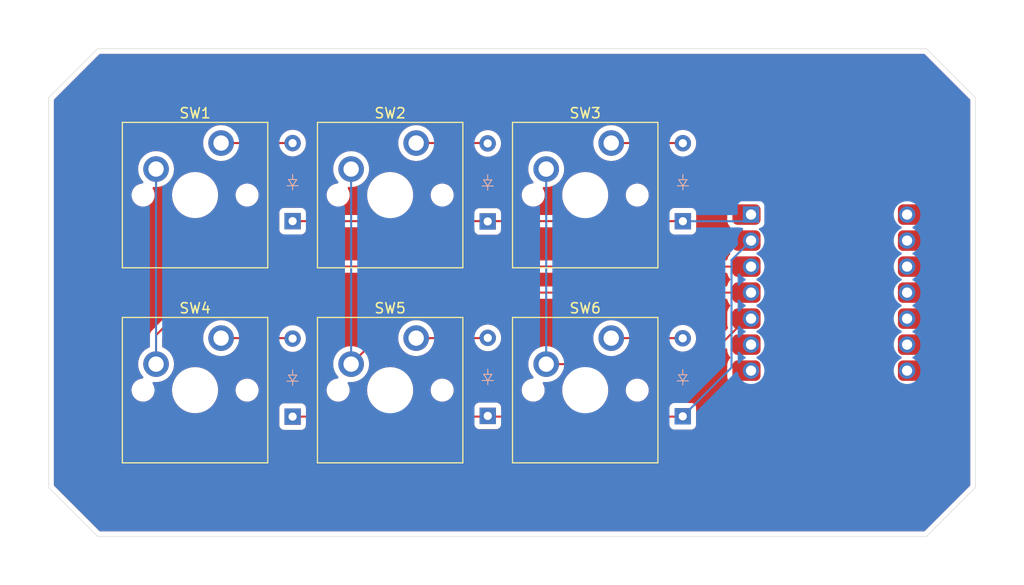
<source format=kicad_pcb>
(kicad_pcb (version 20240108) (generator "pcbnew") (generator_version "8.0")
  (layers (0 "F.Cu" signal) (31 "B.Cu" signal) (34 "B.Paste" user) (35 "F.Paste" user) (36 "B.SilkS" user "B.Silkscreen") (37 "F.SilkS" user "F.Silkscreen") (38 "B.Mask" user) (39 "F.Mask" user) (44 "Edge.Cuts" user))
  (net 0 "")
  (net 1 "Net-(D1-A)")
  (net 2 "Row 1")
  (net 3 "Net-(D2-A)")
  (net 4 "Net-(D3-A)")
  (net 5 "Row 2")
  (net 6 "Net-(D4-A)")
  (net 7 "Net-(D5-A)")
  (net 8 "Net-(D6-A)")
  (net 9 "Column 1")
  (net 10 "Column 2")
  (net 11 "Column 3")
  (net 20 "GND")
  (footprint "ScottoKeebs_MX:MX_PCB_1.00u" (layer "F.Cu") (at 95.25 38.1)
    (property "Reference" "SW3" (at 0 -8 0) (layer "F.SilkS"))
    (property "Value" "SW_Push_45deg")
    (fp_line (start -7.1 -7.1) (end -7.1 7.1) (stroke (width 0.12)) (layer "F.SilkS"))
    (fp_line (start -7.1 7.1) (end 7.1 7.1) (stroke (width 0.12)) (layer "F.SilkS"))
    (fp_line (start 7.1 -7.1) (end -7.1 -7.1) (stroke (width 0.12)) (layer "F.SilkS"))
    (fp_line (start 7.1 7.1) (end 7.1 -7.1) (stroke (width 0.12)) (layer "F.SilkS"))
    (pad "" np_thru_hole circle (at -5.08 0) (size 1.75 1.75) (drill 1.75) (layers "*.Cu" "*.Mask"))
    (pad "" np_thru_hole circle (at 0 0) (size 4 4) (drill 4) (layers "*.Cu" "*.Mask"))
    (pad "" np_thru_hole circle (at 5.08 0) (size 1.75 1.75) (drill 1.75) (layers "*.Cu" "*.Mask"))
    (pad "1" thru_hole circle (at -3.81 -2.54) (size 2.5 2.5) (drill 1.5) (layers "*.Cu" "*.Mask") (net 11 "Column 3"))
    (pad "2" thru_hole circle (at 2.54 -5.08) (size 2.5 2.5) (drill 1.5) (layers "*.Cu" "*.Mask") (net 4 "Net-(D3-A)"))
  )
  (footprint "ScottoKeebs_MX:MX_PCB_1.00u" (layer "F.Cu") (at 76.2 38.1)
    (property "Reference" "SW2" (at 0 -8 0) (layer "F.SilkS"))
    (property "Value" "SW_Push_45deg")
    (fp_line (start -7.1 -7.1) (end -7.1 7.1) (stroke (width 0.12)) (layer "F.SilkS"))
    (fp_line (start -7.1 7.1) (end 7.1 7.1) (stroke (width 0.12)) (layer "F.SilkS"))
    (fp_line (start 7.1 -7.1) (end -7.1 -7.1) (stroke (width 0.12)) (layer "F.SilkS"))
    (fp_line (start 7.1 7.1) (end 7.1 -7.1) (stroke (width 0.12)) (layer "F.SilkS"))
    (pad "" np_thru_hole circle (at -5.08 0) (size 1.75 1.75) (drill 1.75) (layers "*.Cu" "*.Mask"))
    (pad "" np_thru_hole circle (at 0 0) (size 4 4) (drill 4) (layers "*.Cu" "*.Mask"))
    (pad "" np_thru_hole circle (at 5.08 0) (size 1.75 1.75) (drill 1.75) (layers "*.Cu" "*.Mask"))
    (pad "1" thru_hole circle (at -3.81 -2.54) (size 2.5 2.5) (drill 1.5) (layers "*.Cu" "*.Mask") (net 10 "Column 2"))
    (pad "2" thru_hole circle (at 2.54 -5.08) (size 2.5 2.5) (drill 1.5) (layers "*.Cu" "*.Mask") (net 3 "Net-(D2-A)"))
  )
  (footprint "ScottoKeebs_MX:MX_PCB_1.00u" (layer "F.Cu") (at 76.2 57.15)
    (property "Reference" "SW5" (at 0 -8 0) (layer "F.SilkS"))
    (property "Value" "SW_Push_45deg")
    (fp_line (start -7.1 -7.1) (end -7.1 7.1) (stroke (width 0.12)) (layer "F.SilkS"))
    (fp_line (start -7.1 7.1) (end 7.1 7.1) (stroke (width 0.12)) (layer "F.SilkS"))
    (fp_line (start 7.1 -7.1) (end -7.1 -7.1) (stroke (width 0.12)) (layer "F.SilkS"))
    (fp_line (start 7.1 7.1) (end 7.1 -7.1) (stroke (width 0.12)) (layer "F.SilkS"))
    (pad "" np_thru_hole circle (at -5.08 0) (size 1.75 1.75) (drill 1.75) (layers "*.Cu" "*.Mask"))
    (pad "" np_thru_hole circle (at 0 0) (size 4 4) (drill 4) (layers "*.Cu" "*.Mask"))
    (pad "" np_thru_hole circle (at 5.08 0) (size 1.75 1.75) (drill 1.75) (layers "*.Cu" "*.Mask"))
    (pad "1" thru_hole circle (at -3.81 -2.54) (size 2.5 2.5) (drill 1.5) (layers "*.Cu" "*.Mask") (net 10 "Column 2"))
    (pad "2" thru_hole circle (at 2.54 -5.08) (size 2.5 2.5) (drill 1.5) (layers "*.Cu" "*.Mask") (net 7 "Net-(D5-A)"))
  )
  (footprint "ScottoKeebs_MX:MX_PCB_1.00u" (layer "F.Cu") (at 57.15 57.15)
    (property "Reference" "SW4" (at 0 -8 0) (layer "F.SilkS"))
    (property "Value" "SW_Push_45deg")
    (fp_line (start -7.1 -7.1) (end -7.1 7.1) (stroke (width 0.12)) (layer "F.SilkS"))
    (fp_line (start -7.1 7.1) (end 7.1 7.1) (stroke (width 0.12)) (layer "F.SilkS"))
    (fp_line (start 7.1 -7.1) (end -7.1 -7.1) (stroke (width 0.12)) (layer "F.SilkS"))
    (fp_line (start 7.1 7.1) (end 7.1 -7.1) (stroke (width 0.12)) (layer "F.SilkS"))
    (pad "" np_thru_hole circle (at -5.08 0) (size 1.75 1.75) (drill 1.75) (layers "*.Cu" "*.Mask"))
    (pad "" np_thru_hole circle (at 0 0) (size 4 4) (drill 4) (layers "*.Cu" "*.Mask"))
    (pad "" np_thru_hole circle (at 5.08 0) (size 1.75 1.75) (drill 1.75) (layers "*.Cu" "*.Mask"))
    (pad "1" thru_hole circle (at -3.81 -2.54) (size 2.5 2.5) (drill 1.5) (layers "*.Cu" "*.Mask") (net 9 "Column 1"))
    (pad "2" thru_hole circle (at 2.54 -5.08) (size 2.5 2.5) (drill 1.5) (layers "*.Cu" "*.Mask") (net 6 "Net-(D4-A)"))
  )
  (footprint "ScottoKeebs_MCU:Seeed_XIAO_RP2040" (layer "F.Cu") (at 119.0625 47.625)
    (property "Reference" "U1" (hide yes))
    (property "Value" "MCU_Seeed_XIAO_RP2040")
    (pad "1" smd roundrect (at -8.065 -7.62) (size 2.75 2) (layers "F.Cu" "F.Paste" "F.Mask") (net 2 "Row 1"))
    (pad "1" thru_hole rect (at -7.62 -7.62 90) (size 1.6 1.6) (drill 1) (layers "*.Cu" "*.Mask") (net 2 "Row 1"))
    (pad "2" smd roundrect (at -8.065 -5.08) (size 2.75 2) (layers "F.Cu" "F.Paste" "F.Mask") (net 5 "Row 2"))
    (pad "2" thru_hole circle (at -7.62 -5.08 90) (size 1.6 1.6) (drill 1) (layers "*.Cu" "*.Mask") (net 5 "Row 2"))
    (pad "3" smd roundrect (at -8.065 -2.54) (size 2.75 2) (layers "F.Cu" "F.Paste" "F.Mask") (net 9 "Column 1"))
    (pad "3" thru_hole circle (at -7.62 -2.54 90) (size 1.6 1.6) (drill 1) (layers "*.Cu" "*.Mask") (net 9 "Column 1"))
    (pad "4" smd roundrect (at -8.065 0) (size 2.75 2) (layers "F.Cu" "F.Paste" "F.Mask") (net 10 "Column 2"))
    (pad "4" thru_hole circle (at -7.62 0 90) (size 1.6 1.6) (drill 1) (layers "*.Cu" "*.Mask") (net 10 "Column 2"))
    (pad "5" smd roundrect (at -8.065 2.54) (size 2.75 2) (layers "F.Cu" "F.Paste" "F.Mask") (net 11 "Column 3"))
    (pad "5" thru_hole circle (at -7.62 2.54 90) (size 1.6 1.6) (drill 1) (layers "*.Cu" "*.Mask") (net 11 "Column 3"))
    (pad "6" smd roundrect (at -8.065 5.08) (size 2.75 2) (layers "F.Cu" "F.Paste" "F.Mask"))
    (pad "6" thru_hole circle (at -7.62 5.08 90) (size 1.6 1.6) (drill 1) (layers "*.Cu" "*.Mask"))
    (pad "7" smd roundrect (at -8.065 7.62) (size 2.75 2) (layers "F.Cu" "F.Paste" "F.Mask"))
    (pad "7" thru_hole circle (at -7.62 7.62 90) (size 1.6 1.6) (drill 1) (layers "*.Cu" "*.Mask"))
    (pad "8" thru_hole circle (at 7.62 7.62 90) (size 1.6 1.6) (drill 1) (layers "*.Cu" "*.Mask"))
    (pad "8" smd roundrect (at 8.1 7.62) (size 2.75 2) (layers "F.Cu" "F.Paste" "F.Mask"))
    (pad "9" thru_hole circle (at 7.62 5.08 90) (size 1.6 1.6) (drill 1) (layers "*.Cu" "*.Mask"))
    (pad "9" smd roundrect (at 8.1 5.08) (size 2.75 2) (layers "F.Cu" "F.Paste" "F.Mask"))
    (pad "10" thru_hole circle (at 7.62 2.54 90) (size 1.6 1.6) (drill 1) (layers "*.Cu" "*.Mask"))
    (pad "10" smd roundrect (at 8.1 2.54) (size 2.75 2) (layers "F.Cu" "F.Paste" "F.Mask"))
    (pad "11" thru_hole circle (at 7.62 0 90) (size 1.6 1.6) (drill 1) (layers "*.Cu" "*.Mask"))
    (pad "11" smd roundrect (at 8.1 0) (size 2.75 2) (layers "F.Cu" "F.Paste" "F.Mask"))
    (pad "12" thru_hole circle (at 7.62 -2.54 90) (size 1.6 1.6) (drill 1) (layers "*.Cu" "*.Mask"))
    (pad "12" smd roundrect (at 8.1 -2.54) (size 2.75 2) (layers "F.Cu" "F.Paste" "F.Mask"))
    (pad "13" thru_hole circle (at 7.62 -5.08 90) (size 1.6 1.6) (drill 1) (layers "*.Cu" "*.Mask") (net 20 "GND"))
    (pad "13" smd roundrect (at 8.1 -5.08) (size 2.75 2) (layers "F.Cu" "F.Paste" "F.Mask") (net 20 "GND"))
    (pad "14" thru_hole circle (at 7.62 -7.62 90) (size 1.6 1.6) (drill 1) (layers "*.Cu" "*.Mask"))
    (pad "14" smd roundrect (at 8.1 -7.62) (size 2.75 2) (layers "F.Cu" "F.Paste" "F.Mask"))
  )
  (footprint "ScottoKeebs_MX:MX_PCB_1.00u" (layer "F.Cu") (at 95.25 57.15)
    (property "Reference" "SW6" (at 0 -8 0) (layer "F.SilkS"))
    (property "Value" "SW_Push_45deg")
    (fp_line (start -7.1 -7.1) (end -7.1 7.1) (stroke (width 0.12)) (layer "F.SilkS"))
    (fp_line (start -7.1 7.1) (end 7.1 7.1) (stroke (width 0.12)) (layer "F.SilkS"))
    (fp_line (start 7.1 -7.1) (end -7.1 -7.1) (stroke (width 0.12)) (layer "F.SilkS"))
    (fp_line (start 7.1 7.1) (end 7.1 -7.1) (stroke (width 0.12)) (layer "F.SilkS"))
    (pad "" np_thru_hole circle (at -5.08 0) (size 1.75 1.75) (drill 1.75) (layers "*.Cu" "*.Mask"))
    (pad "" np_thru_hole circle (at 0 0) (size 4 4) (drill 4) (layers "*.Cu" "*.Mask"))
    (pad "" np_thru_hole circle (at 5.08 0) (size 1.75 1.75) (drill 1.75) (layers "*.Cu" "*.Mask"))
    (pad "1" thru_hole circle (at -3.81 -2.54) (size 2.5 2.5) (drill 1.5) (layers "*.Cu" "*.Mask") (net 11 "Column 3"))
    (pad "2" thru_hole circle (at 2.54 -5.08) (size 2.5 2.5) (drill 1.5) (layers "*.Cu" "*.Mask") (net 8 "Net-(D6-A)"))
  )
  (footprint "ScottoKeebs_MX:MX_PCB_1.00u" (layer "F.Cu") (at 57.15 38.1)
    (property "Reference" "SW1" (at 0 -8 0) (layer "F.SilkS"))
    (property "Value" "SW_Push_45deg")
    (fp_line (start -7.1 -7.1) (end -7.1 7.1) (stroke (width 0.12)) (layer "F.SilkS"))
    (fp_line (start -7.1 7.1) (end 7.1 7.1) (stroke (width 0.12)) (layer "F.SilkS"))
    (fp_line (start 7.1 -7.1) (end -7.1 -7.1) (stroke (width 0.12)) (layer "F.SilkS"))
    (fp_line (start 7.1 7.1) (end 7.1 -7.1) (stroke (width 0.12)) (layer "F.SilkS"))
    (pad "" np_thru_hole circle (at -5.08 0) (size 1.75 1.75) (drill 1.75) (layers "*.Cu" "*.Mask"))
    (pad "" np_thru_hole circle (at 0 0) (size 4 4) (drill 4) (layers "*.Cu" "*.Mask"))
    (pad "" np_thru_hole circle (at 5.08 0) (size 1.75 1.75) (drill 1.75) (layers "*.Cu" "*.Mask"))
    (pad "1" thru_hole circle (at -3.81 -2.54) (size 2.5 2.5) (drill 1.5) (layers "*.Cu" "*.Mask") (net 9 "Column 1"))
    (pad "2" thru_hole circle (at 2.54 -5.08) (size 2.5 2.5) (drill 1.5) (layers "*.Cu" "*.Mask") (net 1 "Net-(D1-A)"))
  )
  (footprint "ScottoKeebs_Components:Diode_DO-35" (layer "B.Cu") (at 104.775 59.705 90)
    (property "Reference" "D6" (hide yes))
    (property "Value" "D" (hide yes))
    (fp_line (start 3.46 -0.55) (end 3.46 0.55) (stroke (width 0.1)) (layer "B.SilkS"))
    (fp_line (start 4.06 -0.4) (end 4.06 0.4) (stroke (width 0.1)) (layer "B.SilkS"))
    (fp_line (start 4.56 0) (end 4.06 0) (stroke (width 0.1)) (layer "B.SilkS"))
    (fp_line (start 3.46 0) (end 4.06 -0.4) (stroke (width 0.1)) (layer "B.SilkS"))
    (fp_line (start 3.46 0) (end 3.06 0) (stroke (width 0.1)) (layer "B.SilkS"))
    (fp_line (start 4.06 0.4) (end 3.46 0) (stroke (width 0.1)) (layer "B.SilkS"))
    (pad "1" thru_hole rect (at 0 0 90) (size 1.6 1.6) (drill 0.8) (layers "*.Cu" "*.Mask") (net 5 "Row 2"))
    (pad "2" thru_hole oval (at 7.62 0 90) (size 1.6 1.6) (drill 0.8) (layers "*.Cu" "*.Mask") (net 8 "Net-(D6-A)"))
  )
  (footprint "ScottoKeebs_Components:Diode_DO-35" (layer "B.Cu") (at 85.725 40.675 90)
    (property "Reference" "D2" (hide yes))
    (property "Value" "D" (hide yes))
    (fp_line (start 3.46 -0.55) (end 3.46 0.55) (stroke (width 0.1)) (layer "B.SilkS"))
    (fp_line (start 4.06 -0.4) (end 4.06 0.4) (stroke (width 0.1)) (layer "B.SilkS"))
    (fp_line (start 4.56 0) (end 4.06 0) (stroke (width 0.1)) (layer "B.SilkS"))
    (fp_line (start 3.46 0) (end 4.06 -0.4) (stroke (width 0.1)) (layer "B.SilkS"))
    (fp_line (start 3.46 0) (end 3.06 0) (stroke (width 0.1)) (layer "B.SilkS"))
    (fp_line (start 4.06 0.4) (end 3.46 0) (stroke (width 0.1)) (layer "B.SilkS"))
    (pad "1" thru_hole rect (at 0 0 90) (size 1.6 1.6) (drill 0.8) (layers "*.Cu" "*.Mask") (net 2 "Row 1"))
    (pad "2" thru_hole oval (at 7.62 0 90) (size 1.6 1.6) (drill 0.8) (layers "*.Cu" "*.Mask") (net 3 "Net-(D2-A)"))
  )
  (footprint "ScottoKeebs_Components:Diode_DO-35" (layer "B.Cu") (at 66.675 40.645 90)
    (property "Reference" "D1" (hide yes))
    (property "Value" "D" (hide yes))
    (fp_line (start 3.46 -0.55) (end 3.46 0.55) (stroke (width 0.1)) (layer "B.SilkS"))
    (fp_line (start 4.06 -0.4) (end 4.06 0.4) (stroke (width 0.1)) (layer "B.SilkS"))
    (fp_line (start 4.56 0) (end 4.06 0) (stroke (width 0.1)) (layer "B.SilkS"))
    (fp_line (start 3.46 0) (end 4.06 -0.4) (stroke (width 0.1)) (layer "B.SilkS"))
    (fp_line (start 3.46 0) (end 3.06 0) (stroke (width 0.1)) (layer "B.SilkS"))
    (fp_line (start 4.06 0.4) (end 3.46 0) (stroke (width 0.1)) (layer "B.SilkS"))
    (pad "1" thru_hole rect (at 0 0 90) (size 1.6 1.6) (drill 0.8) (layers "*.Cu" "*.Mask") (net 2 "Row 1"))
    (pad "2" thru_hole oval (at 7.62 0 90) (size 1.6 1.6) (drill 0.8) (layers "*.Cu" "*.Mask") (net 1 "Net-(D1-A)"))
  )
  (footprint "ScottoKeebs_Components:Diode_DO-35" (layer "B.Cu") (at 66.675 59.735 90)
    (property "Reference" "D4" (hide yes))
    (property "Value" "D" (hide yes))
    (fp_line (start 3.46 -0.55) (end 3.46 0.55) (stroke (width 0.1)) (layer "B.SilkS"))
    (fp_line (start 4.06 -0.4) (end 4.06 0.4) (stroke (width 0.1)) (layer "B.SilkS"))
    (fp_line (start 4.56 0) (end 4.06 0) (stroke (width 0.1)) (layer "B.SilkS"))
    (fp_line (start 3.46 0) (end 4.06 -0.4) (stroke (width 0.1)) (layer "B.SilkS"))
    (fp_line (start 3.46 0) (end 3.06 0) (stroke (width 0.1)) (layer "B.SilkS"))
    (fp_line (start 4.06 0.4) (end 3.46 0) (stroke (width 0.1)) (layer "B.SilkS"))
    (pad "1" thru_hole rect (at 0 0 90) (size 1.6 1.6) (drill 0.8) (layers "*.Cu" "*.Mask") (net 5 "Row 2"))
    (pad "2" thru_hole oval (at 7.62 0 90) (size 1.6 1.6) (drill 0.8) (layers "*.Cu" "*.Mask") (net 6 "Net-(D4-A)"))
  )
  (footprint "ScottoKeebs_Components:Diode_DO-35" (layer "B.Cu") (at 104.785 40.655 90)
    (property "Reference" "D3" (hide yes))
    (property "Value" "D" (hide yes))
    (fp_line (start 3.46 -0.55) (end 3.46 0.55) (stroke (width 0.1)) (layer "B.SilkS"))
    (fp_line (start 4.06 -0.4) (end 4.06 0.4) (stroke (width 0.1)) (layer "B.SilkS"))
    (fp_line (start 4.56 0) (end 4.06 0) (stroke (width 0.1)) (layer "B.SilkS"))
    (fp_line (start 3.46 0) (end 4.06 -0.4) (stroke (width 0.1)) (layer "B.SilkS"))
    (fp_line (start 3.46 0) (end 3.06 0) (stroke (width 0.1)) (layer "B.SilkS"))
    (fp_line (start 4.06 0.4) (end 3.46 0) (stroke (width 0.1)) (layer "B.SilkS"))
    (pad "1" thru_hole rect (at 0 0 90) (size 1.6 1.6) (drill 0.8) (layers "*.Cu" "*.Mask") (net 2 "Row 1"))
    (pad "2" thru_hole oval (at 7.62 0 90) (size 1.6 1.6) (drill 0.8) (layers "*.Cu" "*.Mask") (net 4 "Net-(D3-A)"))
  )
  (footprint "ScottoKeebs_Components:Diode_DO-35" (layer "B.Cu") (at 85.735 59.665 90)
    (property "Reference" "D5" (hide yes))
    (property "Value" "D" (hide yes))
    (fp_line (start 3.46 -0.55) (end 3.46 0.55) (stroke (width 0.1)) (layer "B.SilkS"))
    (fp_line (start 4.06 -0.4) (end 4.06 0.4) (stroke (width 0.1)) (layer "B.SilkS"))
    (fp_line (start 4.56 0) (end 4.06 0) (stroke (width 0.1)) (layer "B.SilkS"))
    (fp_line (start 3.46 0) (end 4.06 -0.4) (stroke (width 0.1)) (layer "B.SilkS"))
    (fp_line (start 3.46 0) (end 3.06 0) (stroke (width 0.1)) (layer "B.SilkS"))
    (fp_line (start 4.06 0.4) (end 3.46 0) (stroke (width 0.1)) (layer "B.SilkS"))
    (pad "1" thru_hole rect (at 0 0 90) (size 1.6 1.6) (drill 0.8) (layers "*.Cu" "*.Mask") (net 5 "Row 2"))
    (pad "2" thru_hole oval (at 7.62 0 90) (size 1.6 1.6) (drill 0.8) (layers "*.Cu" "*.Mask") (net 7 "Net-(D5-A)"))
  )
  (gr_line (start 47.625 71.4375) (end 42.8625 66.675) (stroke (width 0.05)) (layer "Edge.Cuts"))
  (gr_line (start 47.625 23.8125) (end 128.5875 23.8125) (stroke (width 0.05)) (layer "Edge.Cuts"))
  (gr_line (start 128.5875 23.8125) (end 133.35 28.575) (stroke (width 0.05)) (layer "Edge.Cuts"))
  (gr_line (start 133.35 28.575) (end 133.35 66.675) (stroke (width 0.05)) (layer "Edge.Cuts"))
  (gr_line (start 42.8625 66.675) (end 42.8625 28.575) (stroke (width 0.05)) (layer "Edge.Cuts"))
  (gr_line (start 128.5875 71.4375) (end 47.625 71.4375) (stroke (width 0.05)) (layer "Edge.Cuts"))
  (gr_line (start 133.35 66.675) (end 128.5875 71.4375) (stroke (width 0.05)) (layer "Edge.Cuts"))
  (gr_line (start 42.8625 28.575) (end 47.625 23.8125) (stroke (width 0.05)) (layer "Edge.Cuts"))
  (segment (start 66.67 33.02) (end 66.675 33.025) (width 0.2) (layer "F.Cu") (net 1))
  (segment (start 59.69 33.02) (end 66.67 33.02) (width 0.2) (layer "F.Cu") (net 1))
  (segment (start 104.775 40.645) (end 104.785 40.655) (width 0.2) (layer "F.Cu") (net 2))
  (segment (start 66.675 40.645) (end 104.775 40.645) (width 0.2) (layer "F.Cu") (net 2))
  (segment (start 104.785 40.655) (end 110.7925 40.655) (width 0.2) (layer "B.Cu") (net 2))
  (segment (start 110.7925 40.655) (end 111.4425 40.005) (width 0.2) (layer "B.Cu") (net 2))
  (segment (start 78.74 33.02) (end 85.69 33.02) (width 0.2) (layer "F.Cu") (net 3))
  (segment (start 85.69 33.02) (end 85.725 33.055) (width 0.2) (layer "F.Cu") (net 3))
  (segment (start 97.79 33.02) (end 104.77 33.02) (width 0.2) (layer "F.Cu") (net 4))
  (segment (start 104.77 33.02) (end 104.785 33.035) (width 0.2) (layer "F.Cu") (net 4))
  (segment (start 104.745 59.735) (end 104.775 59.705) (width 0.2) (layer "F.Cu") (net 5))
  (segment (start 66.675 59.735) (end 104.745 59.735) (width 0.2) (layer "F.Cu") (net 5))
  (segment (start 109.5375 44.45) (end 111.4425 42.545) (width 0.2) (layer "B.Cu") (net 5))
  (segment (start 104.775 59.705) (end 109.5375 54.9425) (width 0.2) (layer "B.Cu") (net 5))
  (segment (start 109.5375 54.9425) (end 109.5375 44.45) (width 0.2) (layer "B.Cu") (net 5))
  (segment (start 66.63 52.07) (end 66.675 52.115) (width 0.2) (layer "F.Cu") (net 6))
  (segment (start 59.69 52.07) (end 66.63 52.07) (width 0.2) (layer "F.Cu") (net 6))
  (segment (start 85.71 52.07) (end 85.735 52.045) (width 0.2) (layer "F.Cu") (net 7))
  (segment (start 78.74 52.07) (end 85.71 52.07) (width 0.2) (layer "F.Cu") (net 7))
  (segment (start 97.79 52.07) (end 104.76 52.07) (width 0.2) (layer "F.Cu") (net 8))
  (segment (start 104.76 52.07) (end 104.775 52.085) (width 0.2) (layer "F.Cu") (net 8))
  (segment (start 53.34 54.61) (end 53.34 51.78) (width 0.2) (layer "F.Cu") (net 9))
  (segment (start 60.035 45.085) (end 110.9975 45.085) (width 0.2) (layer "F.Cu") (net 9))
  (segment (start 53.34 51.78) (end 60.035 45.085) (width 0.2) (layer "F.Cu") (net 9))
  (segment (start 53.34 35.56) (end 53.34 54.61) (width 0.2) (layer "B.Cu") (net 9))
  (segment (start 79.375 47.625) (end 111.4425 47.625) (width 0.2) (layer "F.Cu") (net 10))
  (segment (start 72.39 54.61) (end 79.375 47.625) (width 0.2) (layer "F.Cu") (net 10))
  (segment (start 72.39 35.56) (end 72.39 54.61) (width 0.2) (layer "B.Cu") (net 10))
  (segment (start 106.5525 54.61) (end 110.9975 50.165) (width 0.2) (layer "F.Cu") (net 11))
  (segment (start 110.9975 50.191358) (end 110.9975 50.165) (width 0.2) (layer "F.Cu") (net 11))
  (segment (start 91.44 54.61) (end 106.5525 54.61) (width 0.2) (layer "F.Cu") (net 11))
  (segment (start 91.44 35.56) (end 91.44 54.61) (width 0.2) (layer "B.Cu") (net 11))
  (zone (net 0) (net_name "") (layers "F&B.Cu") (connect_pads (clearance 0.5)) (min_thickness 0.25) (fill yes (thermal_gap 0.5) (thermal_bridge_width 0.5) (island_removal_mode 1) (island_area_min 10))
    (polygon (pts (xy 38.1 19.05) (xy 38.1 76.2) (xy 138.1125 76.2) (xy 138.1125 19.05)))
  )
)
</source>
